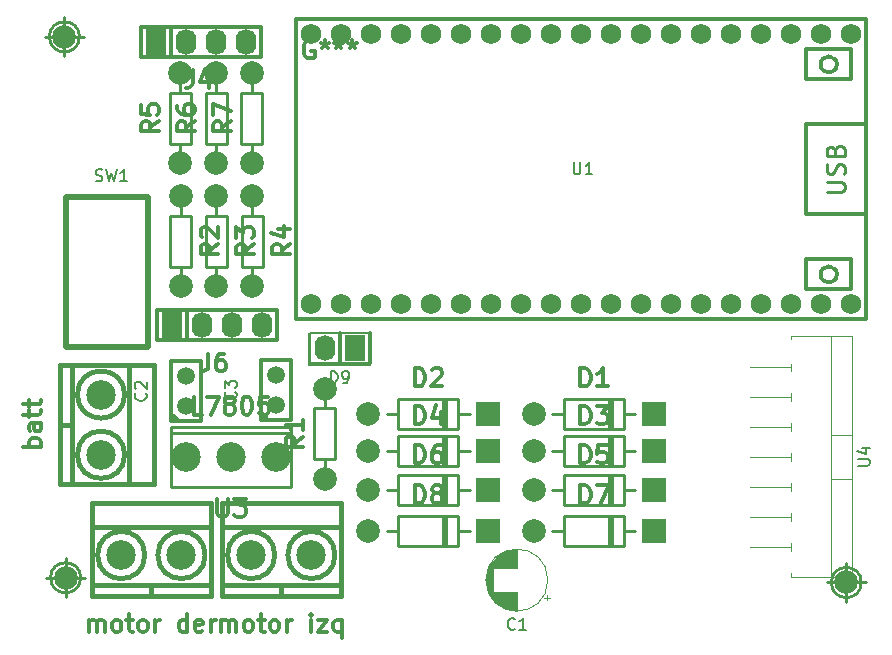
<source format=gbr>
%TF.GenerationSoftware,KiCad,Pcbnew,7.0.1*%
%TF.CreationDate,2023-05-16T08:56:38-03:00*%
%TF.ProjectId,fulbo,66756c62-6f2e-46b6-9963-61645f706362,rev?*%
%TF.SameCoordinates,Original*%
%TF.FileFunction,Legend,Top*%
%TF.FilePolarity,Positive*%
%FSLAX46Y46*%
G04 Gerber Fmt 4.6, Leading zero omitted, Abs format (unit mm)*
G04 Created by KiCad (PCBNEW 7.0.1) date 2023-05-16 08:56:38*
%MOMM*%
%LPD*%
G01*
G04 APERTURE LIST*
%ADD10C,0.300000*%
%ADD11C,0.203200*%
%ADD12C,0.254000*%
%ADD13C,0.304800*%
%ADD14C,0.150000*%
%ADD15C,0.500000*%
%ADD16C,0.508000*%
%ADD17C,0.381000*%
%ADD18C,0.120000*%
%ADD19C,1.998980*%
%ADD20C,1.750000*%
%ADD21R,1.998980X1.998980*%
%ADD22R,1.750000X2.200000*%
%ADD23O,1.750000X2.200000*%
%ADD24C,2.499360*%
%ADD25C,2.500000*%
%ADD26C,1.501140*%
%ADD27R,1.750000X2.199640*%
%ADD28O,1.750000X2.199640*%
G04 APERTURE END LIST*
D10*
%TO.C,R4*%
X60893928Y-49349999D02*
X60179642Y-49849999D01*
X60893928Y-50207142D02*
X59393928Y-50207142D01*
X59393928Y-50207142D02*
X59393928Y-49635713D01*
X59393928Y-49635713D02*
X59465357Y-49492856D01*
X59465357Y-49492856D02*
X59536785Y-49421427D01*
X59536785Y-49421427D02*
X59679642Y-49349999D01*
X59679642Y-49349999D02*
X59893928Y-49349999D01*
X59893928Y-49349999D02*
X60036785Y-49421427D01*
X60036785Y-49421427D02*
X60108214Y-49492856D01*
X60108214Y-49492856D02*
X60179642Y-49635713D01*
X60179642Y-49635713D02*
X60179642Y-50207142D01*
X59893928Y-48064285D02*
X60893928Y-48064285D01*
X59322500Y-48421427D02*
X60393928Y-48778570D01*
X60393928Y-48778570D02*
X60393928Y-47849999D01*
D11*
%TO.C,U1*%
X84912904Y-42420520D02*
X84912904Y-43242997D01*
X84912904Y-43242997D02*
X84961285Y-43339759D01*
X84961285Y-43339759D02*
X85009666Y-43388140D01*
X85009666Y-43388140D02*
X85106428Y-43436520D01*
X85106428Y-43436520D02*
X85299952Y-43436520D01*
X85299952Y-43436520D02*
X85396714Y-43388140D01*
X85396714Y-43388140D02*
X85445095Y-43339759D01*
X85445095Y-43339759D02*
X85493476Y-43242997D01*
X85493476Y-43242997D02*
X85493476Y-42420520D01*
X86509476Y-43436520D02*
X85928904Y-43436520D01*
X86219190Y-43436520D02*
X86219190Y-42420520D01*
X86219190Y-42420520D02*
X86122428Y-42565663D01*
X86122428Y-42565663D02*
X86025666Y-42662425D01*
X86025666Y-42662425D02*
X85928904Y-42710806D01*
D12*
X106331031Y-44953142D02*
X107564745Y-44953142D01*
X107564745Y-44953142D02*
X107709888Y-44880571D01*
X107709888Y-44880571D02*
X107782460Y-44808000D01*
X107782460Y-44808000D02*
X107855031Y-44662857D01*
X107855031Y-44662857D02*
X107855031Y-44372571D01*
X107855031Y-44372571D02*
X107782460Y-44227428D01*
X107782460Y-44227428D02*
X107709888Y-44154857D01*
X107709888Y-44154857D02*
X107564745Y-44082285D01*
X107564745Y-44082285D02*
X106331031Y-44082285D01*
X107782460Y-43429143D02*
X107855031Y-43211429D01*
X107855031Y-43211429D02*
X107855031Y-42848571D01*
X107855031Y-42848571D02*
X107782460Y-42703429D01*
X107782460Y-42703429D02*
X107709888Y-42630857D01*
X107709888Y-42630857D02*
X107564745Y-42558286D01*
X107564745Y-42558286D02*
X107419602Y-42558286D01*
X107419602Y-42558286D02*
X107274460Y-42630857D01*
X107274460Y-42630857D02*
X107201888Y-42703429D01*
X107201888Y-42703429D02*
X107129317Y-42848571D01*
X107129317Y-42848571D02*
X107056745Y-43138857D01*
X107056745Y-43138857D02*
X106984174Y-43284000D01*
X106984174Y-43284000D02*
X106911602Y-43356571D01*
X106911602Y-43356571D02*
X106766460Y-43429143D01*
X106766460Y-43429143D02*
X106621317Y-43429143D01*
X106621317Y-43429143D02*
X106476174Y-43356571D01*
X106476174Y-43356571D02*
X106403602Y-43284000D01*
X106403602Y-43284000D02*
X106331031Y-43138857D01*
X106331031Y-43138857D02*
X106331031Y-42776000D01*
X106331031Y-42776000D02*
X106403602Y-42558286D01*
X107056745Y-41397142D02*
X107129317Y-41179428D01*
X107129317Y-41179428D02*
X107201888Y-41106857D01*
X107201888Y-41106857D02*
X107347031Y-41034285D01*
X107347031Y-41034285D02*
X107564745Y-41034285D01*
X107564745Y-41034285D02*
X107709888Y-41106857D01*
X107709888Y-41106857D02*
X107782460Y-41179428D01*
X107782460Y-41179428D02*
X107855031Y-41324571D01*
X107855031Y-41324571D02*
X107855031Y-41905142D01*
X107855031Y-41905142D02*
X106331031Y-41905142D01*
X106331031Y-41905142D02*
X106331031Y-41397142D01*
X106331031Y-41397142D02*
X106403602Y-41252000D01*
X106403602Y-41252000D02*
X106476174Y-41179428D01*
X106476174Y-41179428D02*
X106621317Y-41106857D01*
X106621317Y-41106857D02*
X106766460Y-41106857D01*
X106766460Y-41106857D02*
X106911602Y-41179428D01*
X106911602Y-41179428D02*
X106984174Y-41252000D01*
X106984174Y-41252000D02*
X107056745Y-41397142D01*
X107056745Y-41397142D02*
X107056745Y-41905142D01*
D10*
%TO.C,G\u002A\u002A\u002A*%
X62920822Y-32173602D02*
X62775680Y-32101031D01*
X62775680Y-32101031D02*
X62557965Y-32101031D01*
X62557965Y-32101031D02*
X62340251Y-32173602D01*
X62340251Y-32173602D02*
X62195108Y-32318745D01*
X62195108Y-32318745D02*
X62122537Y-32463888D01*
X62122537Y-32463888D02*
X62049965Y-32754174D01*
X62049965Y-32754174D02*
X62049965Y-32971888D01*
X62049965Y-32971888D02*
X62122537Y-33262174D01*
X62122537Y-33262174D02*
X62195108Y-33407317D01*
X62195108Y-33407317D02*
X62340251Y-33552460D01*
X62340251Y-33552460D02*
X62557965Y-33625031D01*
X62557965Y-33625031D02*
X62703108Y-33625031D01*
X62703108Y-33625031D02*
X62920822Y-33552460D01*
X62920822Y-33552460D02*
X62993394Y-33479888D01*
X62993394Y-33479888D02*
X62993394Y-32971888D01*
X62993394Y-32971888D02*
X62703108Y-32971888D01*
X63864251Y-32101031D02*
X63864251Y-32463888D01*
X63501394Y-32318745D02*
X63864251Y-32463888D01*
X63864251Y-32463888D02*
X64227108Y-32318745D01*
X63646537Y-32754174D02*
X63864251Y-32463888D01*
X63864251Y-32463888D02*
X64081965Y-32754174D01*
X65025394Y-32101031D02*
X65025394Y-32463888D01*
X64662537Y-32318745D02*
X65025394Y-32463888D01*
X65025394Y-32463888D02*
X65388251Y-32318745D01*
X64807680Y-32754174D02*
X65025394Y-32463888D01*
X65025394Y-32463888D02*
X65243108Y-32754174D01*
X66186537Y-32101031D02*
X66186537Y-32463888D01*
X65823680Y-32318745D02*
X66186537Y-32463888D01*
X66186537Y-32463888D02*
X66549394Y-32318745D01*
X65968823Y-32754174D02*
X66186537Y-32463888D01*
X66186537Y-32463888D02*
X66404251Y-32754174D01*
D13*
%TO.C,D2*%
X71475143Y-61405031D02*
X71475143Y-59881031D01*
X71475143Y-59881031D02*
X71838000Y-59881031D01*
X71838000Y-59881031D02*
X72055714Y-59953602D01*
X72055714Y-59953602D02*
X72200857Y-60098745D01*
X72200857Y-60098745D02*
X72273428Y-60243888D01*
X72273428Y-60243888D02*
X72346000Y-60534174D01*
X72346000Y-60534174D02*
X72346000Y-60751888D01*
X72346000Y-60751888D02*
X72273428Y-61042174D01*
X72273428Y-61042174D02*
X72200857Y-61187317D01*
X72200857Y-61187317D02*
X72055714Y-61332460D01*
X72055714Y-61332460D02*
X71838000Y-61405031D01*
X71838000Y-61405031D02*
X71475143Y-61405031D01*
X72926571Y-60026174D02*
X72999143Y-59953602D01*
X72999143Y-59953602D02*
X73144286Y-59881031D01*
X73144286Y-59881031D02*
X73507143Y-59881031D01*
X73507143Y-59881031D02*
X73652286Y-59953602D01*
X73652286Y-59953602D02*
X73724857Y-60026174D01*
X73724857Y-60026174D02*
X73797428Y-60171317D01*
X73797428Y-60171317D02*
X73797428Y-60316460D01*
X73797428Y-60316460D02*
X73724857Y-60534174D01*
X73724857Y-60534174D02*
X72854000Y-61405031D01*
X72854000Y-61405031D02*
X73797428Y-61405031D01*
D10*
%TO.C,R7*%
X55863928Y-38949999D02*
X55149642Y-39449999D01*
X55863928Y-39807142D02*
X54363928Y-39807142D01*
X54363928Y-39807142D02*
X54363928Y-39235713D01*
X54363928Y-39235713D02*
X54435357Y-39092856D01*
X54435357Y-39092856D02*
X54506785Y-39021427D01*
X54506785Y-39021427D02*
X54649642Y-38949999D01*
X54649642Y-38949999D02*
X54863928Y-38949999D01*
X54863928Y-38949999D02*
X55006785Y-39021427D01*
X55006785Y-39021427D02*
X55078214Y-39092856D01*
X55078214Y-39092856D02*
X55149642Y-39235713D01*
X55149642Y-39235713D02*
X55149642Y-39807142D01*
X54363928Y-38449999D02*
X54363928Y-37449999D01*
X54363928Y-37449999D02*
X55863928Y-38092856D01*
%TO.C,J6*%
X53986800Y-58619728D02*
X53986800Y-59691157D01*
X53986800Y-59691157D02*
X53915371Y-59905442D01*
X53915371Y-59905442D02*
X53772514Y-60048300D01*
X53772514Y-60048300D02*
X53558228Y-60119728D01*
X53558228Y-60119728D02*
X53415371Y-60119728D01*
X55343943Y-58619728D02*
X55058228Y-58619728D01*
X55058228Y-58619728D02*
X54915371Y-58691157D01*
X54915371Y-58691157D02*
X54843943Y-58762585D01*
X54843943Y-58762585D02*
X54701085Y-58976871D01*
X54701085Y-58976871D02*
X54629657Y-59262585D01*
X54629657Y-59262585D02*
X54629657Y-59834014D01*
X54629657Y-59834014D02*
X54701085Y-59976871D01*
X54701085Y-59976871D02*
X54772514Y-60048300D01*
X54772514Y-60048300D02*
X54915371Y-60119728D01*
X54915371Y-60119728D02*
X55201085Y-60119728D01*
X55201085Y-60119728D02*
X55343943Y-60048300D01*
X55343943Y-60048300D02*
X55415371Y-59976871D01*
X55415371Y-59976871D02*
X55486800Y-59834014D01*
X55486800Y-59834014D02*
X55486800Y-59476871D01*
X55486800Y-59476871D02*
X55415371Y-59334014D01*
X55415371Y-59334014D02*
X55343943Y-59262585D01*
X55343943Y-59262585D02*
X55201085Y-59191157D01*
X55201085Y-59191157D02*
X54915371Y-59191157D01*
X54915371Y-59191157D02*
X54772514Y-59262585D01*
X54772514Y-59262585D02*
X54701085Y-59334014D01*
X54701085Y-59334014D02*
X54629657Y-59476871D01*
D13*
%TO.C,U3*%
X54738857Y-70899031D02*
X54738857Y-72132745D01*
X54738857Y-72132745D02*
X54811428Y-72277888D01*
X54811428Y-72277888D02*
X54884000Y-72350460D01*
X54884000Y-72350460D02*
X55029142Y-72423031D01*
X55029142Y-72423031D02*
X55319428Y-72423031D01*
X55319428Y-72423031D02*
X55464571Y-72350460D01*
X55464571Y-72350460D02*
X55537142Y-72277888D01*
X55537142Y-72277888D02*
X55609714Y-72132745D01*
X55609714Y-72132745D02*
X55609714Y-70899031D01*
X56190285Y-70899031D02*
X57133713Y-70899031D01*
X57133713Y-70899031D02*
X56625713Y-71479602D01*
X56625713Y-71479602D02*
X56843428Y-71479602D01*
X56843428Y-71479602D02*
X56988571Y-71552174D01*
X56988571Y-71552174D02*
X57061142Y-71624745D01*
X57061142Y-71624745D02*
X57133713Y-71769888D01*
X57133713Y-71769888D02*
X57133713Y-72132745D01*
X57133713Y-72132745D02*
X57061142Y-72277888D01*
X57061142Y-72277888D02*
X56988571Y-72350460D01*
X56988571Y-72350460D02*
X56843428Y-72423031D01*
X56843428Y-72423031D02*
X56407999Y-72423031D01*
X56407999Y-72423031D02*
X56262856Y-72350460D01*
X56262856Y-72350460D02*
X56190285Y-72277888D01*
X53468856Y-63787031D02*
X52743142Y-63787031D01*
X52743142Y-63787031D02*
X52743142Y-62263031D01*
X53831713Y-62263031D02*
X54847713Y-62263031D01*
X54847713Y-62263031D02*
X54194570Y-63787031D01*
X55645999Y-62916174D02*
X55500856Y-62843602D01*
X55500856Y-62843602D02*
X55428285Y-62771031D01*
X55428285Y-62771031D02*
X55355713Y-62625888D01*
X55355713Y-62625888D02*
X55355713Y-62553317D01*
X55355713Y-62553317D02*
X55428285Y-62408174D01*
X55428285Y-62408174D02*
X55500856Y-62335602D01*
X55500856Y-62335602D02*
X55645999Y-62263031D01*
X55645999Y-62263031D02*
X55936285Y-62263031D01*
X55936285Y-62263031D02*
X56081428Y-62335602D01*
X56081428Y-62335602D02*
X56153999Y-62408174D01*
X56153999Y-62408174D02*
X56226570Y-62553317D01*
X56226570Y-62553317D02*
X56226570Y-62625888D01*
X56226570Y-62625888D02*
X56153999Y-62771031D01*
X56153999Y-62771031D02*
X56081428Y-62843602D01*
X56081428Y-62843602D02*
X55936285Y-62916174D01*
X55936285Y-62916174D02*
X55645999Y-62916174D01*
X55645999Y-62916174D02*
X55500856Y-62988745D01*
X55500856Y-62988745D02*
X55428285Y-63061317D01*
X55428285Y-63061317D02*
X55355713Y-63206460D01*
X55355713Y-63206460D02*
X55355713Y-63496745D01*
X55355713Y-63496745D02*
X55428285Y-63641888D01*
X55428285Y-63641888D02*
X55500856Y-63714460D01*
X55500856Y-63714460D02*
X55645999Y-63787031D01*
X55645999Y-63787031D02*
X55936285Y-63787031D01*
X55936285Y-63787031D02*
X56081428Y-63714460D01*
X56081428Y-63714460D02*
X56153999Y-63641888D01*
X56153999Y-63641888D02*
X56226570Y-63496745D01*
X56226570Y-63496745D02*
X56226570Y-63206460D01*
X56226570Y-63206460D02*
X56153999Y-63061317D01*
X56153999Y-63061317D02*
X56081428Y-62988745D01*
X56081428Y-62988745D02*
X55936285Y-62916174D01*
X57169999Y-62263031D02*
X57315142Y-62263031D01*
X57315142Y-62263031D02*
X57460285Y-62335602D01*
X57460285Y-62335602D02*
X57532857Y-62408174D01*
X57532857Y-62408174D02*
X57605428Y-62553317D01*
X57605428Y-62553317D02*
X57677999Y-62843602D01*
X57677999Y-62843602D02*
X57677999Y-63206460D01*
X57677999Y-63206460D02*
X57605428Y-63496745D01*
X57605428Y-63496745D02*
X57532857Y-63641888D01*
X57532857Y-63641888D02*
X57460285Y-63714460D01*
X57460285Y-63714460D02*
X57315142Y-63787031D01*
X57315142Y-63787031D02*
X57169999Y-63787031D01*
X57169999Y-63787031D02*
X57024857Y-63714460D01*
X57024857Y-63714460D02*
X56952285Y-63641888D01*
X56952285Y-63641888D02*
X56879714Y-63496745D01*
X56879714Y-63496745D02*
X56807142Y-63206460D01*
X56807142Y-63206460D02*
X56807142Y-62843602D01*
X56807142Y-62843602D02*
X56879714Y-62553317D01*
X56879714Y-62553317D02*
X56952285Y-62408174D01*
X56952285Y-62408174D02*
X57024857Y-62335602D01*
X57024857Y-62335602D02*
X57169999Y-62263031D01*
X59056857Y-62263031D02*
X58331143Y-62263031D01*
X58331143Y-62263031D02*
X58258571Y-62988745D01*
X58258571Y-62988745D02*
X58331143Y-62916174D01*
X58331143Y-62916174D02*
X58476286Y-62843602D01*
X58476286Y-62843602D02*
X58839143Y-62843602D01*
X58839143Y-62843602D02*
X58984286Y-62916174D01*
X58984286Y-62916174D02*
X59056857Y-62988745D01*
X59056857Y-62988745D02*
X59129428Y-63133888D01*
X59129428Y-63133888D02*
X59129428Y-63496745D01*
X59129428Y-63496745D02*
X59056857Y-63641888D01*
X59056857Y-63641888D02*
X58984286Y-63714460D01*
X58984286Y-63714460D02*
X58839143Y-63787031D01*
X58839143Y-63787031D02*
X58476286Y-63787031D01*
X58476286Y-63787031D02*
X58331143Y-63714460D01*
X58331143Y-63714460D02*
X58258571Y-63641888D01*
D14*
%TO.C,SW1*%
X44447667Y-43987000D02*
X44590524Y-44034619D01*
X44590524Y-44034619D02*
X44828619Y-44034619D01*
X44828619Y-44034619D02*
X44923857Y-43987000D01*
X44923857Y-43987000D02*
X44971476Y-43939380D01*
X44971476Y-43939380D02*
X45019095Y-43844142D01*
X45019095Y-43844142D02*
X45019095Y-43748904D01*
X45019095Y-43748904D02*
X44971476Y-43653666D01*
X44971476Y-43653666D02*
X44923857Y-43606047D01*
X44923857Y-43606047D02*
X44828619Y-43558428D01*
X44828619Y-43558428D02*
X44638143Y-43510809D01*
X44638143Y-43510809D02*
X44542905Y-43463190D01*
X44542905Y-43463190D02*
X44495286Y-43415571D01*
X44495286Y-43415571D02*
X44447667Y-43320333D01*
X44447667Y-43320333D02*
X44447667Y-43225095D01*
X44447667Y-43225095D02*
X44495286Y-43129857D01*
X44495286Y-43129857D02*
X44542905Y-43082238D01*
X44542905Y-43082238D02*
X44638143Y-43034619D01*
X44638143Y-43034619D02*
X44876238Y-43034619D01*
X44876238Y-43034619D02*
X45019095Y-43082238D01*
X45352429Y-43034619D02*
X45590524Y-44034619D01*
X45590524Y-44034619D02*
X45781000Y-43320333D01*
X45781000Y-43320333D02*
X45971476Y-44034619D01*
X45971476Y-44034619D02*
X46209572Y-43034619D01*
X47114333Y-44034619D02*
X46542905Y-44034619D01*
X46828619Y-44034619D02*
X46828619Y-43034619D01*
X46828619Y-43034619D02*
X46733381Y-43177476D01*
X46733381Y-43177476D02*
X46638143Y-43272714D01*
X46638143Y-43272714D02*
X46542905Y-43320333D01*
D10*
%TO.C,J4*%
X52666800Y-34619728D02*
X52666800Y-35691157D01*
X52666800Y-35691157D02*
X52595371Y-35905442D01*
X52595371Y-35905442D02*
X52452514Y-36048300D01*
X52452514Y-36048300D02*
X52238228Y-36119728D01*
X52238228Y-36119728D02*
X52095371Y-36119728D01*
X54023943Y-35119728D02*
X54023943Y-36119728D01*
X53666800Y-34548300D02*
X53309657Y-35619728D01*
X53309657Y-35619728D02*
X54238228Y-35619728D01*
%TO.C,R1*%
X62023928Y-65649999D02*
X61309642Y-66149999D01*
X62023928Y-66507142D02*
X60523928Y-66507142D01*
X60523928Y-66507142D02*
X60523928Y-65935713D01*
X60523928Y-65935713D02*
X60595357Y-65792856D01*
X60595357Y-65792856D02*
X60666785Y-65721427D01*
X60666785Y-65721427D02*
X60809642Y-65649999D01*
X60809642Y-65649999D02*
X61023928Y-65649999D01*
X61023928Y-65649999D02*
X61166785Y-65721427D01*
X61166785Y-65721427D02*
X61238214Y-65792856D01*
X61238214Y-65792856D02*
X61309642Y-65935713D01*
X61309642Y-65935713D02*
X61309642Y-66507142D01*
X62023928Y-64221427D02*
X62023928Y-65078570D01*
X62023928Y-64649999D02*
X60523928Y-64649999D01*
X60523928Y-64649999D02*
X60738214Y-64792856D01*
X60738214Y-64792856D02*
X60881071Y-64935713D01*
X60881071Y-64935713D02*
X60952500Y-65078570D01*
%TO.C,R3*%
X57861928Y-49349999D02*
X57147642Y-49849999D01*
X57861928Y-50207142D02*
X56361928Y-50207142D01*
X56361928Y-50207142D02*
X56361928Y-49635713D01*
X56361928Y-49635713D02*
X56433357Y-49492856D01*
X56433357Y-49492856D02*
X56504785Y-49421427D01*
X56504785Y-49421427D02*
X56647642Y-49349999D01*
X56647642Y-49349999D02*
X56861928Y-49349999D01*
X56861928Y-49349999D02*
X57004785Y-49421427D01*
X57004785Y-49421427D02*
X57076214Y-49492856D01*
X57076214Y-49492856D02*
X57147642Y-49635713D01*
X57147642Y-49635713D02*
X57147642Y-50207142D01*
X56361928Y-48849999D02*
X56361928Y-47921427D01*
X56361928Y-47921427D02*
X56933357Y-48421427D01*
X56933357Y-48421427D02*
X56933357Y-48207142D01*
X56933357Y-48207142D02*
X57004785Y-48064285D01*
X57004785Y-48064285D02*
X57076214Y-47992856D01*
X57076214Y-47992856D02*
X57219071Y-47921427D01*
X57219071Y-47921427D02*
X57576214Y-47921427D01*
X57576214Y-47921427D02*
X57719071Y-47992856D01*
X57719071Y-47992856D02*
X57790500Y-48064285D01*
X57790500Y-48064285D02*
X57861928Y-48207142D01*
X57861928Y-48207142D02*
X57861928Y-48635713D01*
X57861928Y-48635713D02*
X57790500Y-48778570D01*
X57790500Y-48778570D02*
X57719071Y-48849999D01*
%TO.C,J3*%
X39793928Y-66497143D02*
X38293928Y-66497143D01*
X38865357Y-66497143D02*
X38793928Y-66354286D01*
X38793928Y-66354286D02*
X38793928Y-66068571D01*
X38793928Y-66068571D02*
X38865357Y-65925714D01*
X38865357Y-65925714D02*
X38936785Y-65854286D01*
X38936785Y-65854286D02*
X39079642Y-65782857D01*
X39079642Y-65782857D02*
X39508214Y-65782857D01*
X39508214Y-65782857D02*
X39651071Y-65854286D01*
X39651071Y-65854286D02*
X39722500Y-65925714D01*
X39722500Y-65925714D02*
X39793928Y-66068571D01*
X39793928Y-66068571D02*
X39793928Y-66354286D01*
X39793928Y-66354286D02*
X39722500Y-66497143D01*
X39793928Y-64497143D02*
X39008214Y-64497143D01*
X39008214Y-64497143D02*
X38865357Y-64568571D01*
X38865357Y-64568571D02*
X38793928Y-64711428D01*
X38793928Y-64711428D02*
X38793928Y-64997143D01*
X38793928Y-64997143D02*
X38865357Y-65140000D01*
X39722500Y-64497143D02*
X39793928Y-64640000D01*
X39793928Y-64640000D02*
X39793928Y-64997143D01*
X39793928Y-64997143D02*
X39722500Y-65140000D01*
X39722500Y-65140000D02*
X39579642Y-65211428D01*
X39579642Y-65211428D02*
X39436785Y-65211428D01*
X39436785Y-65211428D02*
X39293928Y-65140000D01*
X39293928Y-65140000D02*
X39222500Y-64997143D01*
X39222500Y-64997143D02*
X39222500Y-64640000D01*
X39222500Y-64640000D02*
X39151071Y-64497143D01*
X38793928Y-63997142D02*
X38793928Y-63425714D01*
X38293928Y-63782857D02*
X39579642Y-63782857D01*
X39579642Y-63782857D02*
X39722500Y-63711428D01*
X39722500Y-63711428D02*
X39793928Y-63568571D01*
X39793928Y-63568571D02*
X39793928Y-63425714D01*
X38793928Y-63139999D02*
X38793928Y-62568571D01*
X38293928Y-62925714D02*
X39579642Y-62925714D01*
X39579642Y-62925714D02*
X39722500Y-62854285D01*
X39722500Y-62854285D02*
X39793928Y-62711428D01*
X39793928Y-62711428D02*
X39793928Y-62568571D01*
D11*
%TO.C,C3*%
X56273259Y-61869332D02*
X56321640Y-61917713D01*
X56321640Y-61917713D02*
X56370020Y-62062856D01*
X56370020Y-62062856D02*
X56370020Y-62159618D01*
X56370020Y-62159618D02*
X56321640Y-62304761D01*
X56321640Y-62304761D02*
X56224878Y-62401523D01*
X56224878Y-62401523D02*
X56128116Y-62449904D01*
X56128116Y-62449904D02*
X55934592Y-62498285D01*
X55934592Y-62498285D02*
X55789449Y-62498285D01*
X55789449Y-62498285D02*
X55595925Y-62449904D01*
X55595925Y-62449904D02*
X55499163Y-62401523D01*
X55499163Y-62401523D02*
X55402401Y-62304761D01*
X55402401Y-62304761D02*
X55354020Y-62159618D01*
X55354020Y-62159618D02*
X55354020Y-62062856D01*
X55354020Y-62062856D02*
X55402401Y-61917713D01*
X55402401Y-61917713D02*
X55450782Y-61869332D01*
X55354020Y-61530666D02*
X55354020Y-60901713D01*
X55354020Y-60901713D02*
X55741068Y-61240380D01*
X55741068Y-61240380D02*
X55741068Y-61095237D01*
X55741068Y-61095237D02*
X55789449Y-60998475D01*
X55789449Y-60998475D02*
X55837830Y-60950094D01*
X55837830Y-60950094D02*
X55934592Y-60901713D01*
X55934592Y-60901713D02*
X56176497Y-60901713D01*
X56176497Y-60901713D02*
X56273259Y-60950094D01*
X56273259Y-60950094D02*
X56321640Y-60998475D01*
X56321640Y-60998475D02*
X56370020Y-61095237D01*
X56370020Y-61095237D02*
X56370020Y-61385523D01*
X56370020Y-61385523D02*
X56321640Y-61482285D01*
X56321640Y-61482285D02*
X56273259Y-61530666D01*
D13*
%TO.C,D6*%
X71475143Y-67905031D02*
X71475143Y-66381031D01*
X71475143Y-66381031D02*
X71838000Y-66381031D01*
X71838000Y-66381031D02*
X72055714Y-66453602D01*
X72055714Y-66453602D02*
X72200857Y-66598745D01*
X72200857Y-66598745D02*
X72273428Y-66743888D01*
X72273428Y-66743888D02*
X72346000Y-67034174D01*
X72346000Y-67034174D02*
X72346000Y-67251888D01*
X72346000Y-67251888D02*
X72273428Y-67542174D01*
X72273428Y-67542174D02*
X72200857Y-67687317D01*
X72200857Y-67687317D02*
X72055714Y-67832460D01*
X72055714Y-67832460D02*
X71838000Y-67905031D01*
X71838000Y-67905031D02*
X71475143Y-67905031D01*
X73652286Y-66381031D02*
X73362000Y-66381031D01*
X73362000Y-66381031D02*
X73216857Y-66453602D01*
X73216857Y-66453602D02*
X73144286Y-66526174D01*
X73144286Y-66526174D02*
X72999143Y-66743888D01*
X72999143Y-66743888D02*
X72926571Y-67034174D01*
X72926571Y-67034174D02*
X72926571Y-67614745D01*
X72926571Y-67614745D02*
X72999143Y-67759888D01*
X72999143Y-67759888D02*
X73071714Y-67832460D01*
X73071714Y-67832460D02*
X73216857Y-67905031D01*
X73216857Y-67905031D02*
X73507143Y-67905031D01*
X73507143Y-67905031D02*
X73652286Y-67832460D01*
X73652286Y-67832460D02*
X73724857Y-67759888D01*
X73724857Y-67759888D02*
X73797428Y-67614745D01*
X73797428Y-67614745D02*
X73797428Y-67251888D01*
X73797428Y-67251888D02*
X73724857Y-67106745D01*
X73724857Y-67106745D02*
X73652286Y-67034174D01*
X73652286Y-67034174D02*
X73507143Y-66961602D01*
X73507143Y-66961602D02*
X73216857Y-66961602D01*
X73216857Y-66961602D02*
X73071714Y-67034174D01*
X73071714Y-67034174D02*
X72999143Y-67106745D01*
X72999143Y-67106745D02*
X72926571Y-67251888D01*
D14*
%TO.C,C1*%
X79933333Y-81917380D02*
X79885714Y-81965000D01*
X79885714Y-81965000D02*
X79742857Y-82012619D01*
X79742857Y-82012619D02*
X79647619Y-82012619D01*
X79647619Y-82012619D02*
X79504762Y-81965000D01*
X79504762Y-81965000D02*
X79409524Y-81869761D01*
X79409524Y-81869761D02*
X79361905Y-81774523D01*
X79361905Y-81774523D02*
X79314286Y-81584047D01*
X79314286Y-81584047D02*
X79314286Y-81441190D01*
X79314286Y-81441190D02*
X79361905Y-81250714D01*
X79361905Y-81250714D02*
X79409524Y-81155476D01*
X79409524Y-81155476D02*
X79504762Y-81060238D01*
X79504762Y-81060238D02*
X79647619Y-81012619D01*
X79647619Y-81012619D02*
X79742857Y-81012619D01*
X79742857Y-81012619D02*
X79885714Y-81060238D01*
X79885714Y-81060238D02*
X79933333Y-81107857D01*
X80885714Y-82012619D02*
X80314286Y-82012619D01*
X80600000Y-82012619D02*
X80600000Y-81012619D01*
X80600000Y-81012619D02*
X80504762Y-81155476D01*
X80504762Y-81155476D02*
X80409524Y-81250714D01*
X80409524Y-81250714D02*
X80314286Y-81298333D01*
%TO.C,U4*%
X108982619Y-68111904D02*
X109792142Y-68111904D01*
X109792142Y-68111904D02*
X109887380Y-68064285D01*
X109887380Y-68064285D02*
X109935000Y-68016666D01*
X109935000Y-68016666D02*
X109982619Y-67921428D01*
X109982619Y-67921428D02*
X109982619Y-67730952D01*
X109982619Y-67730952D02*
X109935000Y-67635714D01*
X109935000Y-67635714D02*
X109887380Y-67588095D01*
X109887380Y-67588095D02*
X109792142Y-67540476D01*
X109792142Y-67540476D02*
X108982619Y-67540476D01*
X109315952Y-66635714D02*
X109982619Y-66635714D01*
X108935000Y-66873809D02*
X109649285Y-67111904D01*
X109649285Y-67111904D02*
X109649285Y-66492857D01*
D13*
%TO.C,D3*%
X85475143Y-64605031D02*
X85475143Y-63081031D01*
X85475143Y-63081031D02*
X85838000Y-63081031D01*
X85838000Y-63081031D02*
X86055714Y-63153602D01*
X86055714Y-63153602D02*
X86200857Y-63298745D01*
X86200857Y-63298745D02*
X86273428Y-63443888D01*
X86273428Y-63443888D02*
X86346000Y-63734174D01*
X86346000Y-63734174D02*
X86346000Y-63951888D01*
X86346000Y-63951888D02*
X86273428Y-64242174D01*
X86273428Y-64242174D02*
X86200857Y-64387317D01*
X86200857Y-64387317D02*
X86055714Y-64532460D01*
X86055714Y-64532460D02*
X85838000Y-64605031D01*
X85838000Y-64605031D02*
X85475143Y-64605031D01*
X86854000Y-63081031D02*
X87797428Y-63081031D01*
X87797428Y-63081031D02*
X87289428Y-63661602D01*
X87289428Y-63661602D02*
X87507143Y-63661602D01*
X87507143Y-63661602D02*
X87652286Y-63734174D01*
X87652286Y-63734174D02*
X87724857Y-63806745D01*
X87724857Y-63806745D02*
X87797428Y-63951888D01*
X87797428Y-63951888D02*
X87797428Y-64314745D01*
X87797428Y-64314745D02*
X87724857Y-64459888D01*
X87724857Y-64459888D02*
X87652286Y-64532460D01*
X87652286Y-64532460D02*
X87507143Y-64605031D01*
X87507143Y-64605031D02*
X87071714Y-64605031D01*
X87071714Y-64605031D02*
X86926571Y-64532460D01*
X86926571Y-64532460D02*
X86854000Y-64459888D01*
%TO.C,D1*%
X85475143Y-61405031D02*
X85475143Y-59881031D01*
X85475143Y-59881031D02*
X85838000Y-59881031D01*
X85838000Y-59881031D02*
X86055714Y-59953602D01*
X86055714Y-59953602D02*
X86200857Y-60098745D01*
X86200857Y-60098745D02*
X86273428Y-60243888D01*
X86273428Y-60243888D02*
X86346000Y-60534174D01*
X86346000Y-60534174D02*
X86346000Y-60751888D01*
X86346000Y-60751888D02*
X86273428Y-61042174D01*
X86273428Y-61042174D02*
X86200857Y-61187317D01*
X86200857Y-61187317D02*
X86055714Y-61332460D01*
X86055714Y-61332460D02*
X85838000Y-61405031D01*
X85838000Y-61405031D02*
X85475143Y-61405031D01*
X87797428Y-61405031D02*
X86926571Y-61405031D01*
X87362000Y-61405031D02*
X87362000Y-59881031D01*
X87362000Y-59881031D02*
X87216857Y-60098745D01*
X87216857Y-60098745D02*
X87071714Y-60243888D01*
X87071714Y-60243888D02*
X86926571Y-60316460D01*
%TO.C,D4*%
X71475143Y-64605031D02*
X71475143Y-63081031D01*
X71475143Y-63081031D02*
X71838000Y-63081031D01*
X71838000Y-63081031D02*
X72055714Y-63153602D01*
X72055714Y-63153602D02*
X72200857Y-63298745D01*
X72200857Y-63298745D02*
X72273428Y-63443888D01*
X72273428Y-63443888D02*
X72346000Y-63734174D01*
X72346000Y-63734174D02*
X72346000Y-63951888D01*
X72346000Y-63951888D02*
X72273428Y-64242174D01*
X72273428Y-64242174D02*
X72200857Y-64387317D01*
X72200857Y-64387317D02*
X72055714Y-64532460D01*
X72055714Y-64532460D02*
X71838000Y-64605031D01*
X71838000Y-64605031D02*
X71475143Y-64605031D01*
X73652286Y-63589031D02*
X73652286Y-64605031D01*
X73289428Y-63008460D02*
X72926571Y-64097031D01*
X72926571Y-64097031D02*
X73870000Y-64097031D01*
D10*
%TO.C,J7*%
X43910000Y-82170178D02*
X43910000Y-81170178D01*
X43910000Y-81313035D02*
X43981429Y-81241607D01*
X43981429Y-81241607D02*
X44124286Y-81170178D01*
X44124286Y-81170178D02*
X44338572Y-81170178D01*
X44338572Y-81170178D02*
X44481429Y-81241607D01*
X44481429Y-81241607D02*
X44552858Y-81384464D01*
X44552858Y-81384464D02*
X44552858Y-82170178D01*
X44552858Y-81384464D02*
X44624286Y-81241607D01*
X44624286Y-81241607D02*
X44767143Y-81170178D01*
X44767143Y-81170178D02*
X44981429Y-81170178D01*
X44981429Y-81170178D02*
X45124286Y-81241607D01*
X45124286Y-81241607D02*
X45195715Y-81384464D01*
X45195715Y-81384464D02*
X45195715Y-82170178D01*
X46124286Y-82170178D02*
X45981429Y-82098750D01*
X45981429Y-82098750D02*
X45910000Y-82027321D01*
X45910000Y-82027321D02*
X45838572Y-81884464D01*
X45838572Y-81884464D02*
X45838572Y-81455892D01*
X45838572Y-81455892D02*
X45910000Y-81313035D01*
X45910000Y-81313035D02*
X45981429Y-81241607D01*
X45981429Y-81241607D02*
X46124286Y-81170178D01*
X46124286Y-81170178D02*
X46338572Y-81170178D01*
X46338572Y-81170178D02*
X46481429Y-81241607D01*
X46481429Y-81241607D02*
X46552858Y-81313035D01*
X46552858Y-81313035D02*
X46624286Y-81455892D01*
X46624286Y-81455892D02*
X46624286Y-81884464D01*
X46624286Y-81884464D02*
X46552858Y-82027321D01*
X46552858Y-82027321D02*
X46481429Y-82098750D01*
X46481429Y-82098750D02*
X46338572Y-82170178D01*
X46338572Y-82170178D02*
X46124286Y-82170178D01*
X47052858Y-81170178D02*
X47624286Y-81170178D01*
X47267143Y-80670178D02*
X47267143Y-81955892D01*
X47267143Y-81955892D02*
X47338572Y-82098750D01*
X47338572Y-82098750D02*
X47481429Y-82170178D01*
X47481429Y-82170178D02*
X47624286Y-82170178D01*
X48338572Y-82170178D02*
X48195715Y-82098750D01*
X48195715Y-82098750D02*
X48124286Y-82027321D01*
X48124286Y-82027321D02*
X48052858Y-81884464D01*
X48052858Y-81884464D02*
X48052858Y-81455892D01*
X48052858Y-81455892D02*
X48124286Y-81313035D01*
X48124286Y-81313035D02*
X48195715Y-81241607D01*
X48195715Y-81241607D02*
X48338572Y-81170178D01*
X48338572Y-81170178D02*
X48552858Y-81170178D01*
X48552858Y-81170178D02*
X48695715Y-81241607D01*
X48695715Y-81241607D02*
X48767144Y-81313035D01*
X48767144Y-81313035D02*
X48838572Y-81455892D01*
X48838572Y-81455892D02*
X48838572Y-81884464D01*
X48838572Y-81884464D02*
X48767144Y-82027321D01*
X48767144Y-82027321D02*
X48695715Y-82098750D01*
X48695715Y-82098750D02*
X48552858Y-82170178D01*
X48552858Y-82170178D02*
X48338572Y-82170178D01*
X49481429Y-82170178D02*
X49481429Y-81170178D01*
X49481429Y-81455892D02*
X49552858Y-81313035D01*
X49552858Y-81313035D02*
X49624287Y-81241607D01*
X49624287Y-81241607D02*
X49767144Y-81170178D01*
X49767144Y-81170178D02*
X49910001Y-81170178D01*
X52195715Y-82170178D02*
X52195715Y-80670178D01*
X52195715Y-82098750D02*
X52052857Y-82170178D01*
X52052857Y-82170178D02*
X51767143Y-82170178D01*
X51767143Y-82170178D02*
X51624286Y-82098750D01*
X51624286Y-82098750D02*
X51552857Y-82027321D01*
X51552857Y-82027321D02*
X51481429Y-81884464D01*
X51481429Y-81884464D02*
X51481429Y-81455892D01*
X51481429Y-81455892D02*
X51552857Y-81313035D01*
X51552857Y-81313035D02*
X51624286Y-81241607D01*
X51624286Y-81241607D02*
X51767143Y-81170178D01*
X51767143Y-81170178D02*
X52052857Y-81170178D01*
X52052857Y-81170178D02*
X52195715Y-81241607D01*
X53481429Y-82098750D02*
X53338572Y-82170178D01*
X53338572Y-82170178D02*
X53052858Y-82170178D01*
X53052858Y-82170178D02*
X52910000Y-82098750D01*
X52910000Y-82098750D02*
X52838572Y-81955892D01*
X52838572Y-81955892D02*
X52838572Y-81384464D01*
X52838572Y-81384464D02*
X52910000Y-81241607D01*
X52910000Y-81241607D02*
X53052858Y-81170178D01*
X53052858Y-81170178D02*
X53338572Y-81170178D01*
X53338572Y-81170178D02*
X53481429Y-81241607D01*
X53481429Y-81241607D02*
X53552858Y-81384464D01*
X53552858Y-81384464D02*
X53552858Y-81527321D01*
X53552858Y-81527321D02*
X52838572Y-81670178D01*
X54195714Y-82170178D02*
X54195714Y-81170178D01*
X54195714Y-81455892D02*
X54267143Y-81313035D01*
X54267143Y-81313035D02*
X54338572Y-81241607D01*
X54338572Y-81241607D02*
X54481429Y-81170178D01*
X54481429Y-81170178D02*
X54624286Y-81170178D01*
%TO.C,R5*%
X49799928Y-38949999D02*
X49085642Y-39449999D01*
X49799928Y-39807142D02*
X48299928Y-39807142D01*
X48299928Y-39807142D02*
X48299928Y-39235713D01*
X48299928Y-39235713D02*
X48371357Y-39092856D01*
X48371357Y-39092856D02*
X48442785Y-39021427D01*
X48442785Y-39021427D02*
X48585642Y-38949999D01*
X48585642Y-38949999D02*
X48799928Y-38949999D01*
X48799928Y-38949999D02*
X48942785Y-39021427D01*
X48942785Y-39021427D02*
X49014214Y-39092856D01*
X49014214Y-39092856D02*
X49085642Y-39235713D01*
X49085642Y-39235713D02*
X49085642Y-39807142D01*
X48299928Y-37592856D02*
X48299928Y-38307142D01*
X48299928Y-38307142D02*
X49014214Y-38378570D01*
X49014214Y-38378570D02*
X48942785Y-38307142D01*
X48942785Y-38307142D02*
X48871357Y-38164285D01*
X48871357Y-38164285D02*
X48871357Y-37807142D01*
X48871357Y-37807142D02*
X48942785Y-37664285D01*
X48942785Y-37664285D02*
X49014214Y-37592856D01*
X49014214Y-37592856D02*
X49157071Y-37521427D01*
X49157071Y-37521427D02*
X49514214Y-37521427D01*
X49514214Y-37521427D02*
X49657071Y-37592856D01*
X49657071Y-37592856D02*
X49728500Y-37664285D01*
X49728500Y-37664285D02*
X49799928Y-37807142D01*
X49799928Y-37807142D02*
X49799928Y-38164285D01*
X49799928Y-38164285D02*
X49728500Y-38307142D01*
X49728500Y-38307142D02*
X49657071Y-38378570D01*
%TO.C,R2*%
X54829928Y-49349999D02*
X54115642Y-49849999D01*
X54829928Y-50207142D02*
X53329928Y-50207142D01*
X53329928Y-50207142D02*
X53329928Y-49635713D01*
X53329928Y-49635713D02*
X53401357Y-49492856D01*
X53401357Y-49492856D02*
X53472785Y-49421427D01*
X53472785Y-49421427D02*
X53615642Y-49349999D01*
X53615642Y-49349999D02*
X53829928Y-49349999D01*
X53829928Y-49349999D02*
X53972785Y-49421427D01*
X53972785Y-49421427D02*
X54044214Y-49492856D01*
X54044214Y-49492856D02*
X54115642Y-49635713D01*
X54115642Y-49635713D02*
X54115642Y-50207142D01*
X53472785Y-48778570D02*
X53401357Y-48707142D01*
X53401357Y-48707142D02*
X53329928Y-48564285D01*
X53329928Y-48564285D02*
X53329928Y-48207142D01*
X53329928Y-48207142D02*
X53401357Y-48064285D01*
X53401357Y-48064285D02*
X53472785Y-47992856D01*
X53472785Y-47992856D02*
X53615642Y-47921427D01*
X53615642Y-47921427D02*
X53758500Y-47921427D01*
X53758500Y-47921427D02*
X53972785Y-47992856D01*
X53972785Y-47992856D02*
X54829928Y-48849999D01*
X54829928Y-48849999D02*
X54829928Y-47921427D01*
D13*
%TO.C,D8*%
X71475143Y-71305031D02*
X71475143Y-69781031D01*
X71475143Y-69781031D02*
X71838000Y-69781031D01*
X71838000Y-69781031D02*
X72055714Y-69853602D01*
X72055714Y-69853602D02*
X72200857Y-69998745D01*
X72200857Y-69998745D02*
X72273428Y-70143888D01*
X72273428Y-70143888D02*
X72346000Y-70434174D01*
X72346000Y-70434174D02*
X72346000Y-70651888D01*
X72346000Y-70651888D02*
X72273428Y-70942174D01*
X72273428Y-70942174D02*
X72200857Y-71087317D01*
X72200857Y-71087317D02*
X72055714Y-71232460D01*
X72055714Y-71232460D02*
X71838000Y-71305031D01*
X71838000Y-71305031D02*
X71475143Y-71305031D01*
X73216857Y-70434174D02*
X73071714Y-70361602D01*
X73071714Y-70361602D02*
X72999143Y-70289031D01*
X72999143Y-70289031D02*
X72926571Y-70143888D01*
X72926571Y-70143888D02*
X72926571Y-70071317D01*
X72926571Y-70071317D02*
X72999143Y-69926174D01*
X72999143Y-69926174D02*
X73071714Y-69853602D01*
X73071714Y-69853602D02*
X73216857Y-69781031D01*
X73216857Y-69781031D02*
X73507143Y-69781031D01*
X73507143Y-69781031D02*
X73652286Y-69853602D01*
X73652286Y-69853602D02*
X73724857Y-69926174D01*
X73724857Y-69926174D02*
X73797428Y-70071317D01*
X73797428Y-70071317D02*
X73797428Y-70143888D01*
X73797428Y-70143888D02*
X73724857Y-70289031D01*
X73724857Y-70289031D02*
X73652286Y-70361602D01*
X73652286Y-70361602D02*
X73507143Y-70434174D01*
X73507143Y-70434174D02*
X73216857Y-70434174D01*
X73216857Y-70434174D02*
X73071714Y-70506745D01*
X73071714Y-70506745D02*
X72999143Y-70579317D01*
X72999143Y-70579317D02*
X72926571Y-70724460D01*
X72926571Y-70724460D02*
X72926571Y-71014745D01*
X72926571Y-71014745D02*
X72999143Y-71159888D01*
X72999143Y-71159888D02*
X73071714Y-71232460D01*
X73071714Y-71232460D02*
X73216857Y-71305031D01*
X73216857Y-71305031D02*
X73507143Y-71305031D01*
X73507143Y-71305031D02*
X73652286Y-71232460D01*
X73652286Y-71232460D02*
X73724857Y-71159888D01*
X73724857Y-71159888D02*
X73797428Y-71014745D01*
X73797428Y-71014745D02*
X73797428Y-70724460D01*
X73797428Y-70724460D02*
X73724857Y-70579317D01*
X73724857Y-70579317D02*
X73652286Y-70506745D01*
X73652286Y-70506745D02*
X73507143Y-70434174D01*
D11*
%TO.C,C2*%
X48673259Y-61969332D02*
X48721640Y-62017713D01*
X48721640Y-62017713D02*
X48770020Y-62162856D01*
X48770020Y-62162856D02*
X48770020Y-62259618D01*
X48770020Y-62259618D02*
X48721640Y-62404761D01*
X48721640Y-62404761D02*
X48624878Y-62501523D01*
X48624878Y-62501523D02*
X48528116Y-62549904D01*
X48528116Y-62549904D02*
X48334592Y-62598285D01*
X48334592Y-62598285D02*
X48189449Y-62598285D01*
X48189449Y-62598285D02*
X47995925Y-62549904D01*
X47995925Y-62549904D02*
X47899163Y-62501523D01*
X47899163Y-62501523D02*
X47802401Y-62404761D01*
X47802401Y-62404761D02*
X47754020Y-62259618D01*
X47754020Y-62259618D02*
X47754020Y-62162856D01*
X47754020Y-62162856D02*
X47802401Y-62017713D01*
X47802401Y-62017713D02*
X47850782Y-61969332D01*
X47850782Y-61582285D02*
X47802401Y-61533904D01*
X47802401Y-61533904D02*
X47754020Y-61437142D01*
X47754020Y-61437142D02*
X47754020Y-61195237D01*
X47754020Y-61195237D02*
X47802401Y-61098475D01*
X47802401Y-61098475D02*
X47850782Y-61050094D01*
X47850782Y-61050094D02*
X47947544Y-61001713D01*
X47947544Y-61001713D02*
X48044306Y-61001713D01*
X48044306Y-61001713D02*
X48189449Y-61050094D01*
X48189449Y-61050094D02*
X48770020Y-61630666D01*
X48770020Y-61630666D02*
X48770020Y-61001713D01*
D10*
%TO.C,R6*%
X52831928Y-38949999D02*
X52117642Y-39449999D01*
X52831928Y-39807142D02*
X51331928Y-39807142D01*
X51331928Y-39807142D02*
X51331928Y-39235713D01*
X51331928Y-39235713D02*
X51403357Y-39092856D01*
X51403357Y-39092856D02*
X51474785Y-39021427D01*
X51474785Y-39021427D02*
X51617642Y-38949999D01*
X51617642Y-38949999D02*
X51831928Y-38949999D01*
X51831928Y-38949999D02*
X51974785Y-39021427D01*
X51974785Y-39021427D02*
X52046214Y-39092856D01*
X52046214Y-39092856D02*
X52117642Y-39235713D01*
X52117642Y-39235713D02*
X52117642Y-39807142D01*
X51331928Y-37664285D02*
X51331928Y-37949999D01*
X51331928Y-37949999D02*
X51403357Y-38092856D01*
X51403357Y-38092856D02*
X51474785Y-38164285D01*
X51474785Y-38164285D02*
X51689071Y-38307142D01*
X51689071Y-38307142D02*
X51974785Y-38378570D01*
X51974785Y-38378570D02*
X52546214Y-38378570D01*
X52546214Y-38378570D02*
X52689071Y-38307142D01*
X52689071Y-38307142D02*
X52760500Y-38235713D01*
X52760500Y-38235713D02*
X52831928Y-38092856D01*
X52831928Y-38092856D02*
X52831928Y-37807142D01*
X52831928Y-37807142D02*
X52760500Y-37664285D01*
X52760500Y-37664285D02*
X52689071Y-37592856D01*
X52689071Y-37592856D02*
X52546214Y-37521427D01*
X52546214Y-37521427D02*
X52189071Y-37521427D01*
X52189071Y-37521427D02*
X52046214Y-37592856D01*
X52046214Y-37592856D02*
X51974785Y-37664285D01*
X51974785Y-37664285D02*
X51903357Y-37807142D01*
X51903357Y-37807142D02*
X51903357Y-38092856D01*
X51903357Y-38092856D02*
X51974785Y-38235713D01*
X51974785Y-38235713D02*
X52046214Y-38307142D01*
X52046214Y-38307142D02*
X52189071Y-38378570D01*
D11*
%TO.C,D9*%
X64350095Y-61129020D02*
X64350095Y-60113020D01*
X64350095Y-60113020D02*
X64592000Y-60113020D01*
X64592000Y-60113020D02*
X64737143Y-60161401D01*
X64737143Y-60161401D02*
X64833905Y-60258163D01*
X64833905Y-60258163D02*
X64882286Y-60354925D01*
X64882286Y-60354925D02*
X64930667Y-60548449D01*
X64930667Y-60548449D02*
X64930667Y-60693592D01*
X64930667Y-60693592D02*
X64882286Y-60887116D01*
X64882286Y-60887116D02*
X64833905Y-60983878D01*
X64833905Y-60983878D02*
X64737143Y-61080640D01*
X64737143Y-61080640D02*
X64592000Y-61129020D01*
X64592000Y-61129020D02*
X64350095Y-61129020D01*
X65414476Y-61129020D02*
X65608000Y-61129020D01*
X65608000Y-61129020D02*
X65704762Y-61080640D01*
X65704762Y-61080640D02*
X65753143Y-61032259D01*
X65753143Y-61032259D02*
X65849905Y-60887116D01*
X65849905Y-60887116D02*
X65898286Y-60693592D01*
X65898286Y-60693592D02*
X65898286Y-60306544D01*
X65898286Y-60306544D02*
X65849905Y-60209782D01*
X65849905Y-60209782D02*
X65801524Y-60161401D01*
X65801524Y-60161401D02*
X65704762Y-60113020D01*
X65704762Y-60113020D02*
X65511238Y-60113020D01*
X65511238Y-60113020D02*
X65414476Y-60161401D01*
X65414476Y-60161401D02*
X65366095Y-60209782D01*
X65366095Y-60209782D02*
X65317714Y-60306544D01*
X65317714Y-60306544D02*
X65317714Y-60548449D01*
X65317714Y-60548449D02*
X65366095Y-60645211D01*
X65366095Y-60645211D02*
X65414476Y-60693592D01*
X65414476Y-60693592D02*
X65511238Y-60741973D01*
X65511238Y-60741973D02*
X65704762Y-60741973D01*
X65704762Y-60741973D02*
X65801524Y-60693592D01*
X65801524Y-60693592D02*
X65849905Y-60645211D01*
X65849905Y-60645211D02*
X65898286Y-60548449D01*
D13*
%TO.C,D7*%
X85475143Y-71305031D02*
X85475143Y-69781031D01*
X85475143Y-69781031D02*
X85838000Y-69781031D01*
X85838000Y-69781031D02*
X86055714Y-69853602D01*
X86055714Y-69853602D02*
X86200857Y-69998745D01*
X86200857Y-69998745D02*
X86273428Y-70143888D01*
X86273428Y-70143888D02*
X86346000Y-70434174D01*
X86346000Y-70434174D02*
X86346000Y-70651888D01*
X86346000Y-70651888D02*
X86273428Y-70942174D01*
X86273428Y-70942174D02*
X86200857Y-71087317D01*
X86200857Y-71087317D02*
X86055714Y-71232460D01*
X86055714Y-71232460D02*
X85838000Y-71305031D01*
X85838000Y-71305031D02*
X85475143Y-71305031D01*
X86854000Y-69781031D02*
X87870000Y-69781031D01*
X87870000Y-69781031D02*
X87216857Y-71305031D01*
D10*
%TO.C,J5*%
X55052856Y-82170178D02*
X55052856Y-81170178D01*
X55052856Y-81313035D02*
X55124285Y-81241607D01*
X55124285Y-81241607D02*
X55267142Y-81170178D01*
X55267142Y-81170178D02*
X55481428Y-81170178D01*
X55481428Y-81170178D02*
X55624285Y-81241607D01*
X55624285Y-81241607D02*
X55695714Y-81384464D01*
X55695714Y-81384464D02*
X55695714Y-82170178D01*
X55695714Y-81384464D02*
X55767142Y-81241607D01*
X55767142Y-81241607D02*
X55909999Y-81170178D01*
X55909999Y-81170178D02*
X56124285Y-81170178D01*
X56124285Y-81170178D02*
X56267142Y-81241607D01*
X56267142Y-81241607D02*
X56338571Y-81384464D01*
X56338571Y-81384464D02*
X56338571Y-82170178D01*
X57267142Y-82170178D02*
X57124285Y-82098750D01*
X57124285Y-82098750D02*
X57052856Y-82027321D01*
X57052856Y-82027321D02*
X56981428Y-81884464D01*
X56981428Y-81884464D02*
X56981428Y-81455892D01*
X56981428Y-81455892D02*
X57052856Y-81313035D01*
X57052856Y-81313035D02*
X57124285Y-81241607D01*
X57124285Y-81241607D02*
X57267142Y-81170178D01*
X57267142Y-81170178D02*
X57481428Y-81170178D01*
X57481428Y-81170178D02*
X57624285Y-81241607D01*
X57624285Y-81241607D02*
X57695714Y-81313035D01*
X57695714Y-81313035D02*
X57767142Y-81455892D01*
X57767142Y-81455892D02*
X57767142Y-81884464D01*
X57767142Y-81884464D02*
X57695714Y-82027321D01*
X57695714Y-82027321D02*
X57624285Y-82098750D01*
X57624285Y-82098750D02*
X57481428Y-82170178D01*
X57481428Y-82170178D02*
X57267142Y-82170178D01*
X58195714Y-81170178D02*
X58767142Y-81170178D01*
X58409999Y-80670178D02*
X58409999Y-81955892D01*
X58409999Y-81955892D02*
X58481428Y-82098750D01*
X58481428Y-82098750D02*
X58624285Y-82170178D01*
X58624285Y-82170178D02*
X58767142Y-82170178D01*
X59481428Y-82170178D02*
X59338571Y-82098750D01*
X59338571Y-82098750D02*
X59267142Y-82027321D01*
X59267142Y-82027321D02*
X59195714Y-81884464D01*
X59195714Y-81884464D02*
X59195714Y-81455892D01*
X59195714Y-81455892D02*
X59267142Y-81313035D01*
X59267142Y-81313035D02*
X59338571Y-81241607D01*
X59338571Y-81241607D02*
X59481428Y-81170178D01*
X59481428Y-81170178D02*
X59695714Y-81170178D01*
X59695714Y-81170178D02*
X59838571Y-81241607D01*
X59838571Y-81241607D02*
X59910000Y-81313035D01*
X59910000Y-81313035D02*
X59981428Y-81455892D01*
X59981428Y-81455892D02*
X59981428Y-81884464D01*
X59981428Y-81884464D02*
X59910000Y-82027321D01*
X59910000Y-82027321D02*
X59838571Y-82098750D01*
X59838571Y-82098750D02*
X59695714Y-82170178D01*
X59695714Y-82170178D02*
X59481428Y-82170178D01*
X60624285Y-82170178D02*
X60624285Y-81170178D01*
X60624285Y-81455892D02*
X60695714Y-81313035D01*
X60695714Y-81313035D02*
X60767143Y-81241607D01*
X60767143Y-81241607D02*
X60910000Y-81170178D01*
X60910000Y-81170178D02*
X61052857Y-81170178D01*
X62695713Y-82170178D02*
X62695713Y-81170178D01*
X62695713Y-80670178D02*
X62624285Y-80741607D01*
X62624285Y-80741607D02*
X62695713Y-80813035D01*
X62695713Y-80813035D02*
X62767142Y-80741607D01*
X62767142Y-80741607D02*
X62695713Y-80670178D01*
X62695713Y-80670178D02*
X62695713Y-80813035D01*
X63267142Y-81170178D02*
X64052857Y-81170178D01*
X64052857Y-81170178D02*
X63267142Y-82170178D01*
X63267142Y-82170178D02*
X64052857Y-82170178D01*
X65267143Y-81170178D02*
X65267143Y-82670178D01*
X65267143Y-82098750D02*
X65124285Y-82170178D01*
X65124285Y-82170178D02*
X64838571Y-82170178D01*
X64838571Y-82170178D02*
X64695714Y-82098750D01*
X64695714Y-82098750D02*
X64624285Y-82027321D01*
X64624285Y-82027321D02*
X64552857Y-81884464D01*
X64552857Y-81884464D02*
X64552857Y-81455892D01*
X64552857Y-81455892D02*
X64624285Y-81313035D01*
X64624285Y-81313035D02*
X64695714Y-81241607D01*
X64695714Y-81241607D02*
X64838571Y-81170178D01*
X64838571Y-81170178D02*
X65124285Y-81170178D01*
X65124285Y-81170178D02*
X65267143Y-81241607D01*
D13*
%TO.C,D5*%
X85475143Y-67905031D02*
X85475143Y-66381031D01*
X85475143Y-66381031D02*
X85838000Y-66381031D01*
X85838000Y-66381031D02*
X86055714Y-66453602D01*
X86055714Y-66453602D02*
X86200857Y-66598745D01*
X86200857Y-66598745D02*
X86273428Y-66743888D01*
X86273428Y-66743888D02*
X86346000Y-67034174D01*
X86346000Y-67034174D02*
X86346000Y-67251888D01*
X86346000Y-67251888D02*
X86273428Y-67542174D01*
X86273428Y-67542174D02*
X86200857Y-67687317D01*
X86200857Y-67687317D02*
X86055714Y-67832460D01*
X86055714Y-67832460D02*
X85838000Y-67905031D01*
X85838000Y-67905031D02*
X85475143Y-67905031D01*
X87724857Y-66381031D02*
X86999143Y-66381031D01*
X86999143Y-66381031D02*
X86926571Y-67106745D01*
X86926571Y-67106745D02*
X86999143Y-67034174D01*
X86999143Y-67034174D02*
X87144286Y-66961602D01*
X87144286Y-66961602D02*
X87507143Y-66961602D01*
X87507143Y-66961602D02*
X87652286Y-67034174D01*
X87652286Y-67034174D02*
X87724857Y-67106745D01*
X87724857Y-67106745D02*
X87797428Y-67251888D01*
X87797428Y-67251888D02*
X87797428Y-67614745D01*
X87797428Y-67614745D02*
X87724857Y-67759888D01*
X87724857Y-67759888D02*
X87652286Y-67832460D01*
X87652286Y-67832460D02*
X87507143Y-67905031D01*
X87507143Y-67905031D02*
X87144286Y-67905031D01*
X87144286Y-67905031D02*
X86999143Y-67832460D01*
X86999143Y-67832460D02*
X86926571Y-67759888D01*
D12*
%TO.C,R4*%
X58589000Y-46941000D02*
X56811000Y-46941000D01*
X57700000Y-46941000D02*
X57700000Y-45290000D01*
X56811000Y-46941000D02*
X56811000Y-51259000D01*
X58589000Y-51259000D02*
X58589000Y-46941000D01*
X57700000Y-51259000D02*
X57700000Y-52910000D01*
X56811000Y-51259000D02*
X58589000Y-51259000D01*
D13*
%TO.C,U1*%
X61430000Y-30330000D02*
X61430000Y-55730000D01*
X61430000Y-30330000D02*
X109690000Y-30330000D01*
X104610000Y-32870000D02*
X104610000Y-35410000D01*
X104610000Y-35410000D02*
X108420000Y-35410000D01*
X104610000Y-39220000D02*
X104610000Y-46840000D01*
X104610000Y-46840000D02*
X109690000Y-46840000D01*
X104610000Y-50650000D02*
X108420000Y-50650000D01*
X104610000Y-53190000D02*
X104610000Y-50650000D01*
X108420000Y-32870000D02*
X104610000Y-32870000D01*
X108420000Y-35410000D02*
X108420000Y-32870000D01*
X108420000Y-50650000D02*
X108420000Y-53190000D01*
X108420000Y-53190000D02*
X104610000Y-53190000D01*
X109690000Y-39220000D02*
X104610000Y-39220000D01*
X109690000Y-55730000D02*
X61430000Y-55730000D01*
X109690000Y-55730000D02*
X109690000Y-30330000D01*
X107201858Y-34140000D02*
G75*
G03*
X107201858Y-34140000I-686858J0D01*
G01*
X107201858Y-51920000D02*
G75*
G03*
X107201858Y-51920000I-686858J0D01*
G01*
D12*
%TO.C,D2*%
X70060000Y-62430000D02*
X70060000Y-64970000D01*
X70060000Y-62430000D02*
X75140000Y-62430000D01*
X70060000Y-63700000D02*
X69100000Y-63700000D01*
X73870000Y-62430000D02*
X73870000Y-64970000D01*
X74124000Y-64970000D02*
X74124000Y-62430000D01*
X75140000Y-62430000D02*
X75140000Y-64970000D01*
X75140000Y-64970000D02*
X70060000Y-64970000D01*
X76100000Y-63700000D02*
X75140000Y-63700000D01*
%TO.C,hole_2mm*%
X40149000Y-31800000D02*
X43451000Y-31800000D01*
X41800000Y-30149000D02*
X41800000Y-33451000D01*
X43076334Y-31800000D02*
G75*
G03*
X43076334Y-31800000I-1276334J0D01*
G01*
%TO.C,R7*%
X56781000Y-40859000D02*
X58559000Y-40859000D01*
X57670000Y-40859000D02*
X57670000Y-42510000D01*
X58559000Y-40859000D02*
X58559000Y-36541000D01*
X56781000Y-36541000D02*
X56781000Y-40859000D01*
X57670000Y-36541000D02*
X57670000Y-34890000D01*
X58559000Y-36541000D02*
X56781000Y-36541000D01*
%TO.C,hole_2mm*%
X40249000Y-77600000D02*
X43551000Y-77600000D01*
X41900000Y-75949000D02*
X41900000Y-79251000D01*
X43176334Y-77600000D02*
G75*
G03*
X43176334Y-77600000I-1276334J0D01*
G01*
D13*
%TO.C,J6*%
X49610000Y-54930000D02*
X59770000Y-54930000D01*
X49610000Y-57470000D02*
X49610000Y-54930000D01*
X52150000Y-54930000D02*
X52150000Y-57470000D01*
X59770000Y-54930000D02*
X59770000Y-57470000D01*
X59770000Y-57470000D02*
X49610000Y-57470000D01*
D12*
%TO.C,U3*%
X50820000Y-64860000D02*
X50820000Y-66130000D01*
X50820000Y-65368000D02*
X60980000Y-65368000D01*
X50820000Y-66130000D02*
X50820000Y-69940000D01*
X50820000Y-69940000D02*
X60980000Y-69940000D01*
X60980000Y-64860000D02*
X50820000Y-64860000D01*
X60980000Y-69940000D02*
X60980000Y-64860000D01*
D15*
%TO.C,SW1*%
X41900000Y-45350000D02*
X41900000Y-58050000D01*
D16*
X41900000Y-58050000D02*
X48900000Y-58050000D01*
D15*
X48900000Y-45350000D02*
X41900000Y-45350000D01*
D16*
X48900000Y-45350000D02*
X48900000Y-58050000D01*
D13*
%TO.C,J4*%
X48290000Y-30930000D02*
X58450000Y-30930000D01*
X48290000Y-33470000D02*
X48290000Y-30930000D01*
X50830000Y-30930000D02*
X50830000Y-33470000D01*
X58450000Y-30930000D02*
X58450000Y-33470000D01*
X58450000Y-33470000D02*
X48290000Y-33470000D01*
D12*
%TO.C,R1*%
X62941000Y-67559000D02*
X64719000Y-67559000D01*
X63830000Y-67559000D02*
X63830000Y-69210000D01*
X64719000Y-67559000D02*
X64719000Y-63241000D01*
X62941000Y-63241000D02*
X62941000Y-67559000D01*
X63830000Y-63241000D02*
X63830000Y-61590000D01*
X64719000Y-63241000D02*
X62941000Y-63241000D01*
%TO.C,R3*%
X55557000Y-46941000D02*
X53779000Y-46941000D01*
X54668000Y-46941000D02*
X54668000Y-45290000D01*
X53779000Y-46941000D02*
X53779000Y-51259000D01*
X55557000Y-51259000D02*
X55557000Y-46941000D01*
X54668000Y-51259000D02*
X54668000Y-52910000D01*
X53779000Y-51259000D02*
X55557000Y-51259000D01*
D17*
%TO.C,J3*%
X49345000Y-59623500D02*
X41407500Y-59623500D01*
X47300000Y-59640000D02*
X47300000Y-69640000D01*
X42400000Y-59640000D02*
X42400000Y-69640000D01*
X41407500Y-59656500D02*
X41407500Y-69656500D01*
X42360000Y-64640000D02*
X41415500Y-64640000D01*
X49345000Y-69656500D02*
X49345000Y-59656500D01*
X41407500Y-69656500D02*
X49345000Y-69656500D01*
X46900000Y-62090000D02*
G75*
G03*
X46900000Y-62090000I-2000000J0D01*
G01*
X46900000Y-67190000D02*
G75*
G03*
X46900000Y-67190000I-2000000J0D01*
G01*
D12*
%TO.C,hole_2mm*%
X106349000Y-78000000D02*
X109651000Y-78000000D01*
X108000000Y-76349000D02*
X108000000Y-79651000D01*
X109276334Y-78000000D02*
G75*
G03*
X109276334Y-78000000I-1276334J0D01*
G01*
D13*
%TO.C,C3*%
X59075000Y-64240000D02*
X58440000Y-63605000D01*
X60980000Y-64240000D02*
X58440000Y-64240000D01*
X58440000Y-64189200D02*
X58440000Y-59160000D01*
X58440000Y-59160000D02*
X60980000Y-59160000D01*
X60980000Y-59160000D02*
X60980000Y-64240000D01*
D12*
%TO.C,D6*%
X70060000Y-68930000D02*
X70060000Y-71470000D01*
X70060000Y-68930000D02*
X75140000Y-68930000D01*
X70060000Y-70200000D02*
X69100000Y-70200000D01*
X73870000Y-68930000D02*
X73870000Y-71470000D01*
X74124000Y-71470000D02*
X74124000Y-68930000D01*
X75140000Y-68930000D02*
X75140000Y-71470000D01*
X75140000Y-71470000D02*
X70060000Y-71470000D01*
X76100000Y-70200000D02*
X75140000Y-70200000D01*
D18*
%TO.C,C1*%
X82904775Y-79275000D02*
X82404775Y-79275000D01*
X82654775Y-79525000D02*
X82654775Y-79025000D01*
X80100000Y-80380000D02*
X80100000Y-78840000D01*
X80100000Y-76760000D02*
X80100000Y-75220000D01*
X80060000Y-80380000D02*
X80060000Y-78840000D01*
X80060000Y-76760000D02*
X80060000Y-75220000D01*
X80020000Y-80379000D02*
X80020000Y-78840000D01*
X80020000Y-76760000D02*
X80020000Y-75221000D01*
X79980000Y-80378000D02*
X79980000Y-78840000D01*
X79980000Y-76760000D02*
X79980000Y-75222000D01*
X79940000Y-80376000D02*
X79940000Y-78840000D01*
X79940000Y-76760000D02*
X79940000Y-75224000D01*
X79900000Y-80373000D02*
X79900000Y-78840000D01*
X79900000Y-76760000D02*
X79900000Y-75227000D01*
X79860000Y-80369000D02*
X79860000Y-78840000D01*
X79860000Y-76760000D02*
X79860000Y-75231000D01*
X79820000Y-80365000D02*
X79820000Y-78840000D01*
X79820000Y-76760000D02*
X79820000Y-75235000D01*
X79780000Y-80361000D02*
X79780000Y-78840000D01*
X79780000Y-76760000D02*
X79780000Y-75239000D01*
X79740000Y-80356000D02*
X79740000Y-78840000D01*
X79740000Y-76760000D02*
X79740000Y-75244000D01*
X79700000Y-80350000D02*
X79700000Y-78840000D01*
X79700000Y-76760000D02*
X79700000Y-75250000D01*
X79660000Y-80343000D02*
X79660000Y-78840000D01*
X79660000Y-76760000D02*
X79660000Y-75257000D01*
X79620000Y-80336000D02*
X79620000Y-78840000D01*
X79620000Y-76760000D02*
X79620000Y-75264000D01*
X79580000Y-80328000D02*
X79580000Y-78840000D01*
X79580000Y-76760000D02*
X79580000Y-75272000D01*
X79540000Y-80320000D02*
X79540000Y-78840000D01*
X79540000Y-76760000D02*
X79540000Y-75280000D01*
X79500000Y-80311000D02*
X79500000Y-78840000D01*
X79500000Y-76760000D02*
X79500000Y-75289000D01*
X79460000Y-80301000D02*
X79460000Y-78840000D01*
X79460000Y-76760000D02*
X79460000Y-75299000D01*
X79420000Y-80291000D02*
X79420000Y-78840000D01*
X79420000Y-76760000D02*
X79420000Y-75309000D01*
X79379000Y-80280000D02*
X79379000Y-78840000D01*
X79379000Y-76760000D02*
X79379000Y-75320000D01*
X79339000Y-80268000D02*
X79339000Y-78840000D01*
X79339000Y-76760000D02*
X79339000Y-75332000D01*
X79299000Y-80255000D02*
X79299000Y-78840000D01*
X79299000Y-76760000D02*
X79299000Y-75345000D01*
X79259000Y-80242000D02*
X79259000Y-78840000D01*
X79259000Y-76760000D02*
X79259000Y-75358000D01*
X79219000Y-80228000D02*
X79219000Y-78840000D01*
X79219000Y-76760000D02*
X79219000Y-75372000D01*
X79179000Y-80214000D02*
X79179000Y-78840000D01*
X79179000Y-76760000D02*
X79179000Y-75386000D01*
X79139000Y-80198000D02*
X79139000Y-78840000D01*
X79139000Y-76760000D02*
X79139000Y-75402000D01*
X79099000Y-80182000D02*
X79099000Y-78840000D01*
X79099000Y-76760000D02*
X79099000Y-75418000D01*
X79059000Y-80165000D02*
X79059000Y-78840000D01*
X79059000Y-76760000D02*
X79059000Y-75435000D01*
X79019000Y-80148000D02*
X79019000Y-78840000D01*
X79019000Y-76760000D02*
X79019000Y-75452000D01*
X78979000Y-80129000D02*
X78979000Y-78840000D01*
X78979000Y-76760000D02*
X78979000Y-75471000D01*
X78939000Y-80110000D02*
X78939000Y-78840000D01*
X78939000Y-76760000D02*
X78939000Y-75490000D01*
X78899000Y-80090000D02*
X78899000Y-78840000D01*
X78899000Y-76760000D02*
X78899000Y-75510000D01*
X78859000Y-80068000D02*
X78859000Y-78840000D01*
X78859000Y-76760000D02*
X78859000Y-75532000D01*
X78819000Y-80047000D02*
X78819000Y-78840000D01*
X78819000Y-76760000D02*
X78819000Y-75553000D01*
X78779000Y-80024000D02*
X78779000Y-78840000D01*
X78779000Y-76760000D02*
X78779000Y-75576000D01*
X78739000Y-80000000D02*
X78739000Y-78840000D01*
X78739000Y-76760000D02*
X78739000Y-75600000D01*
X78699000Y-79975000D02*
X78699000Y-78840000D01*
X78699000Y-76760000D02*
X78699000Y-75625000D01*
X78659000Y-79949000D02*
X78659000Y-78840000D01*
X78659000Y-76760000D02*
X78659000Y-75651000D01*
X78619000Y-79922000D02*
X78619000Y-78840000D01*
X78619000Y-76760000D02*
X78619000Y-75678000D01*
X78579000Y-79895000D02*
X78579000Y-78840000D01*
X78579000Y-76760000D02*
X78579000Y-75705000D01*
X78539000Y-79865000D02*
X78539000Y-78840000D01*
X78539000Y-76760000D02*
X78539000Y-75735000D01*
X78499000Y-79835000D02*
X78499000Y-78840000D01*
X78499000Y-76760000D02*
X78499000Y-75765000D01*
X78459000Y-79804000D02*
X78459000Y-78840000D01*
X78459000Y-76760000D02*
X78459000Y-75796000D01*
X78419000Y-79771000D02*
X78419000Y-78840000D01*
X78419000Y-76760000D02*
X78419000Y-75829000D01*
X78379000Y-79737000D02*
X78379000Y-78840000D01*
X78379000Y-76760000D02*
X78379000Y-75863000D01*
X78339000Y-79701000D02*
X78339000Y-78840000D01*
X78339000Y-76760000D02*
X78339000Y-75899000D01*
X78299000Y-79664000D02*
X78299000Y-78840000D01*
X78299000Y-76760000D02*
X78299000Y-75936000D01*
X78259000Y-79626000D02*
X78259000Y-78840000D01*
X78259000Y-76760000D02*
X78259000Y-75974000D01*
X78219000Y-79585000D02*
X78219000Y-78840000D01*
X78219000Y-76760000D02*
X78219000Y-76015000D01*
X78179000Y-79543000D02*
X78179000Y-78840000D01*
X78179000Y-76760000D02*
X78179000Y-76057000D01*
X78139000Y-79499000D02*
X78139000Y-78840000D01*
X78139000Y-76760000D02*
X78139000Y-76101000D01*
X78099000Y-79453000D02*
X78099000Y-78840000D01*
X78099000Y-76760000D02*
X78099000Y-76147000D01*
X78059000Y-79405000D02*
X78059000Y-76195000D01*
X78019000Y-79354000D02*
X78019000Y-76246000D01*
X77979000Y-79300000D02*
X77979000Y-76300000D01*
X77939000Y-79243000D02*
X77939000Y-76357000D01*
X77899000Y-79183000D02*
X77899000Y-76417000D01*
X77859000Y-79119000D02*
X77859000Y-76481000D01*
X77819000Y-79051000D02*
X77819000Y-76549000D01*
X77779000Y-78978000D02*
X77779000Y-76622000D01*
X77739000Y-78898000D02*
X77739000Y-76702000D01*
X77699000Y-78811000D02*
X77699000Y-76789000D01*
X77659000Y-78715000D02*
X77659000Y-76885000D01*
X77619000Y-78605000D02*
X77619000Y-76995000D01*
X77579000Y-78477000D02*
X77579000Y-77123000D01*
X77539000Y-78318000D02*
X77539000Y-77282000D01*
X77499000Y-78084000D02*
X77499000Y-77516000D01*
X82720000Y-77800000D02*
G75*
G03*
X82720000Y-77800000I-2620000J0D01*
G01*
%TO.C,U4*%
X108520000Y-57130000D02*
X103279000Y-57130000D01*
X108520000Y-57130000D02*
X108520000Y-77570000D01*
X106680000Y-57130000D02*
X106680000Y-77570000D01*
X103279000Y-57130000D02*
X103279000Y-57410000D01*
X103279000Y-59510000D02*
X103279000Y-60076000D01*
X103279000Y-59730000D02*
X99885000Y-59730000D01*
X103279000Y-61925000D02*
X103279000Y-62616000D01*
X103279000Y-62270000D02*
X99885000Y-62270000D01*
X103279000Y-64465000D02*
X103279000Y-65156000D01*
X103279000Y-64810000D02*
X99885000Y-64810000D01*
X108520000Y-65501000D02*
X106680000Y-65501000D01*
X103279000Y-67005000D02*
X103279000Y-67696000D01*
X103279000Y-67350000D02*
X99885000Y-67350000D01*
X108520000Y-69200000D02*
X106680000Y-69200000D01*
X103279000Y-69545000D02*
X103279000Y-70236000D01*
X103279000Y-69890000D02*
X99885000Y-69890000D01*
X103279000Y-72085000D02*
X103279000Y-72776000D01*
X103279000Y-72430000D02*
X99885000Y-72430000D01*
X103279000Y-74625000D02*
X103279000Y-75316000D01*
X103279000Y-74970000D02*
X99885000Y-74970000D01*
X103279000Y-77165000D02*
X103279000Y-77570000D01*
X108520000Y-77570000D02*
X103279000Y-77570000D01*
D12*
%TO.C,D3*%
X84060000Y-65630000D02*
X84060000Y-68170000D01*
X84060000Y-65630000D02*
X89140000Y-65630000D01*
X84060000Y-66900000D02*
X83100000Y-66900000D01*
X87870000Y-65630000D02*
X87870000Y-68170000D01*
X88124000Y-68170000D02*
X88124000Y-65630000D01*
X89140000Y-65630000D02*
X89140000Y-68170000D01*
X89140000Y-68170000D02*
X84060000Y-68170000D01*
X90100000Y-66900000D02*
X89140000Y-66900000D01*
%TO.C,D1*%
X84060000Y-62430000D02*
X84060000Y-64970000D01*
X84060000Y-62430000D02*
X89140000Y-62430000D01*
X84060000Y-63700000D02*
X83100000Y-63700000D01*
X87870000Y-62430000D02*
X87870000Y-64970000D01*
X88124000Y-64970000D02*
X88124000Y-62430000D01*
X89140000Y-62430000D02*
X89140000Y-64970000D01*
X89140000Y-64970000D02*
X84060000Y-64970000D01*
X90100000Y-63700000D02*
X89140000Y-63700000D01*
%TO.C,D4*%
X70060000Y-65630000D02*
X70060000Y-68170000D01*
X70060000Y-65630000D02*
X75140000Y-65630000D01*
X70060000Y-66900000D02*
X69100000Y-66900000D01*
X73870000Y-65630000D02*
X73870000Y-68170000D01*
X74124000Y-68170000D02*
X74124000Y-65630000D01*
X75140000Y-65630000D02*
X75140000Y-68170000D01*
X75140000Y-68170000D02*
X70060000Y-68170000D01*
X76100000Y-66900000D02*
X75140000Y-66900000D01*
D17*
%TO.C,J7*%
X44143500Y-71231250D02*
X44143500Y-79168750D01*
X44160000Y-73276250D02*
X54160000Y-73276250D01*
X44160000Y-78176250D02*
X54160000Y-78176250D01*
X44176500Y-79168750D02*
X54176500Y-79168750D01*
X49160000Y-78216250D02*
X49160000Y-79160750D01*
X54176500Y-71231250D02*
X44176500Y-71231250D01*
X54176500Y-79168750D02*
X54176500Y-71231250D01*
X48610000Y-75676250D02*
G75*
G03*
X48610000Y-75676250I-2000000J0D01*
G01*
X53710000Y-75676250D02*
G75*
G03*
X53710000Y-75676250I-2000000J0D01*
G01*
D12*
%TO.C,R5*%
X50717000Y-40859000D02*
X52495000Y-40859000D01*
X51606000Y-40859000D02*
X51606000Y-42510000D01*
X52495000Y-40859000D02*
X52495000Y-36541000D01*
X50717000Y-36541000D02*
X50717000Y-40859000D01*
X51606000Y-36541000D02*
X51606000Y-34890000D01*
X52495000Y-36541000D02*
X50717000Y-36541000D01*
%TO.C,R2*%
X52525000Y-46941000D02*
X50747000Y-46941000D01*
X51636000Y-46941000D02*
X51636000Y-45290000D01*
X50747000Y-46941000D02*
X50747000Y-51259000D01*
X52525000Y-51259000D02*
X52525000Y-46941000D01*
X51636000Y-51259000D02*
X51636000Y-52910000D01*
X50747000Y-51259000D02*
X52525000Y-51259000D01*
%TO.C,D8*%
X70060000Y-72330000D02*
X70060000Y-74870000D01*
X70060000Y-72330000D02*
X75140000Y-72330000D01*
X70060000Y-73600000D02*
X69100000Y-73600000D01*
X73870000Y-72330000D02*
X73870000Y-74870000D01*
X74124000Y-74870000D02*
X74124000Y-72330000D01*
X75140000Y-72330000D02*
X75140000Y-74870000D01*
X75140000Y-74870000D02*
X70060000Y-74870000D01*
X76100000Y-73600000D02*
X75140000Y-73600000D01*
D13*
%TO.C,C2*%
X51475000Y-64340000D02*
X50840000Y-63705000D01*
X53380000Y-64340000D02*
X50840000Y-64340000D01*
X50840000Y-64289200D02*
X50840000Y-59260000D01*
X50840000Y-59260000D02*
X53380000Y-59260000D01*
X53380000Y-59260000D02*
X53380000Y-64340000D01*
D12*
%TO.C,R6*%
X53749000Y-40859000D02*
X55527000Y-40859000D01*
X54638000Y-40859000D02*
X54638000Y-42510000D01*
X55527000Y-40859000D02*
X55527000Y-36541000D01*
X53749000Y-36541000D02*
X53749000Y-40859000D01*
X54638000Y-36541000D02*
X54638000Y-34890000D01*
X55527000Y-36541000D02*
X53749000Y-36541000D01*
D14*
%TO.C,D9*%
X67703500Y-59389000D02*
X67703500Y-59579500D01*
X67640000Y-59452500D02*
X62560000Y-59452500D01*
D13*
X67640000Y-56912500D02*
X67640000Y-59452500D01*
X65100000Y-59452500D02*
X65100000Y-56912500D01*
D14*
X62623500Y-59516000D02*
X62623500Y-56912500D01*
X62560000Y-56912500D02*
X67640000Y-56912500D01*
X62560000Y-56849000D02*
X67703500Y-56849000D01*
X62560000Y-56849000D02*
X62560000Y-59516000D01*
X62496500Y-59579500D02*
X67640000Y-59579500D01*
X62496500Y-59579500D02*
X62496500Y-59198500D01*
X62496500Y-56912500D02*
X62496500Y-59452500D01*
D12*
%TO.C,D7*%
X84060000Y-72330000D02*
X84060000Y-74870000D01*
X84060000Y-72330000D02*
X89140000Y-72330000D01*
X84060000Y-73600000D02*
X83100000Y-73600000D01*
X87870000Y-72330000D02*
X87870000Y-74870000D01*
X88124000Y-74870000D02*
X88124000Y-72330000D01*
X89140000Y-72330000D02*
X89140000Y-74870000D01*
X89140000Y-74870000D02*
X84060000Y-74870000D01*
X90100000Y-73600000D02*
X89140000Y-73600000D01*
D17*
%TO.C,J5*%
X55143500Y-71231250D02*
X55143500Y-79168750D01*
X55160000Y-73276250D02*
X65160000Y-73276250D01*
X55160000Y-78176250D02*
X65160000Y-78176250D01*
X55176500Y-79168750D02*
X65176500Y-79168750D01*
X60160000Y-78216250D02*
X60160000Y-79160750D01*
X65176500Y-71231250D02*
X55176500Y-71231250D01*
X65176500Y-79168750D02*
X65176500Y-71231250D01*
X59610000Y-75676250D02*
G75*
G03*
X59610000Y-75676250I-2000000J0D01*
G01*
X64710000Y-75676250D02*
G75*
G03*
X64710000Y-75676250I-2000000J0D01*
G01*
D12*
%TO.C,D5*%
X84060000Y-68930000D02*
X84060000Y-71470000D01*
X84060000Y-68930000D02*
X89140000Y-68930000D01*
X84060000Y-70200000D02*
X83100000Y-70200000D01*
X87870000Y-68930000D02*
X87870000Y-71470000D01*
X88124000Y-71470000D02*
X88124000Y-68930000D01*
X89140000Y-68930000D02*
X89140000Y-71470000D01*
X89140000Y-71470000D02*
X84060000Y-71470000D01*
X90100000Y-70200000D02*
X89140000Y-70200000D01*
%TD*%
D19*
%TO.C,R4*%
X57700000Y-45290000D03*
X57700000Y-52910000D03*
%TD*%
D20*
%TO.C,U1*%
X62700000Y-54460000D03*
X65240000Y-54460000D03*
X67780000Y-54460000D03*
X70320000Y-54460000D03*
X72860000Y-54460000D03*
X75400000Y-54460000D03*
X77940000Y-54460000D03*
X80480000Y-54460000D03*
X83020000Y-54460000D03*
X85560000Y-54460000D03*
X88100000Y-54460000D03*
X90640000Y-54460000D03*
X93180000Y-54460000D03*
X95720000Y-54460000D03*
X98260000Y-54460000D03*
X100800000Y-54460000D03*
X103340000Y-54460000D03*
X105880000Y-54460000D03*
X108420000Y-54460000D03*
X108420000Y-31600000D03*
X105880000Y-31600000D03*
X103340000Y-31600000D03*
X100800000Y-31600000D03*
X98260000Y-31600000D03*
X95720000Y-31600000D03*
X93180000Y-31600000D03*
X90640000Y-31600000D03*
X88100000Y-31600000D03*
X85560000Y-31600000D03*
X83020000Y-31600000D03*
X80480000Y-31600000D03*
X77940000Y-31600000D03*
X75400000Y-31600000D03*
X72860000Y-31600000D03*
X70320000Y-31600000D03*
X67780000Y-31600000D03*
X65240000Y-31600000D03*
X62700000Y-31600000D03*
%TD*%
D19*
%TO.C,D2*%
X67520000Y-63700000D03*
D21*
X77680000Y-63700000D03*
%TD*%
D19*
%TO.C,hole_2mm*%
X41800000Y-31800000D03*
%TD*%
%TO.C,R7*%
X57670000Y-42510000D03*
X57670000Y-34890000D03*
%TD*%
%TO.C,hole_2mm*%
X41900000Y-77600000D03*
%TD*%
D22*
%TO.C,J6*%
X50880000Y-56200000D03*
D23*
X53420000Y-56200000D03*
X55960000Y-56200000D03*
X58500000Y-56200000D03*
%TD*%
D24*
%TO.C,U3*%
X52090000Y-67400000D03*
X55900000Y-67400000D03*
X59710000Y-67400000D03*
%TD*%
D22*
%TO.C,J4*%
X49560000Y-32200000D03*
D23*
X52100000Y-32200000D03*
X54640000Y-32200000D03*
X57180000Y-32200000D03*
%TD*%
D19*
%TO.C,R1*%
X63830000Y-69210000D03*
X63830000Y-61590000D03*
%TD*%
%TO.C,R3*%
X54668000Y-45290000D03*
X54668000Y-52910000D03*
%TD*%
D25*
%TO.C,J3*%
X44900000Y-62100000D03*
X44900000Y-67180000D03*
%TD*%
D19*
%TO.C,hole_2mm*%
X108000000Y-78000000D03*
%TD*%
D26*
%TO.C,C3*%
X59710000Y-62970000D03*
X59710000Y-60430000D03*
%TD*%
D19*
%TO.C,D6*%
X67520000Y-70200000D03*
D21*
X77680000Y-70200000D03*
%TD*%
D19*
%TO.C,D3*%
X81520000Y-66900000D03*
D21*
X91680000Y-66900000D03*
%TD*%
D19*
%TO.C,D1*%
X81520000Y-63700000D03*
D21*
X91680000Y-63700000D03*
%TD*%
D19*
%TO.C,D4*%
X67520000Y-66900000D03*
D21*
X77680000Y-66900000D03*
%TD*%
D25*
%TO.C,J7*%
X46620000Y-75676250D03*
X51700000Y-75676250D03*
%TD*%
D19*
%TO.C,R5*%
X51606000Y-42510000D03*
X51606000Y-34890000D03*
%TD*%
%TO.C,R2*%
X51636000Y-45290000D03*
X51636000Y-52910000D03*
%TD*%
%TO.C,D8*%
X67520000Y-73600000D03*
D21*
X77680000Y-73600000D03*
%TD*%
D26*
%TO.C,C2*%
X52110000Y-63070000D03*
X52110000Y-60530000D03*
%TD*%
D19*
%TO.C,R6*%
X54638000Y-42510000D03*
X54638000Y-34890000D03*
%TD*%
D27*
%TO.C,D9*%
X66370000Y-58182500D03*
D28*
X63830000Y-58182500D03*
%TD*%
D19*
%TO.C,D7*%
X81520000Y-73600000D03*
D21*
X91680000Y-73600000D03*
%TD*%
D25*
%TO.C,J5*%
X57620000Y-75676250D03*
X62700000Y-75676250D03*
%TD*%
D19*
%TO.C,D5*%
X81520000Y-70200000D03*
D21*
X91680000Y-70200000D03*
%TD*%
M02*

</source>
